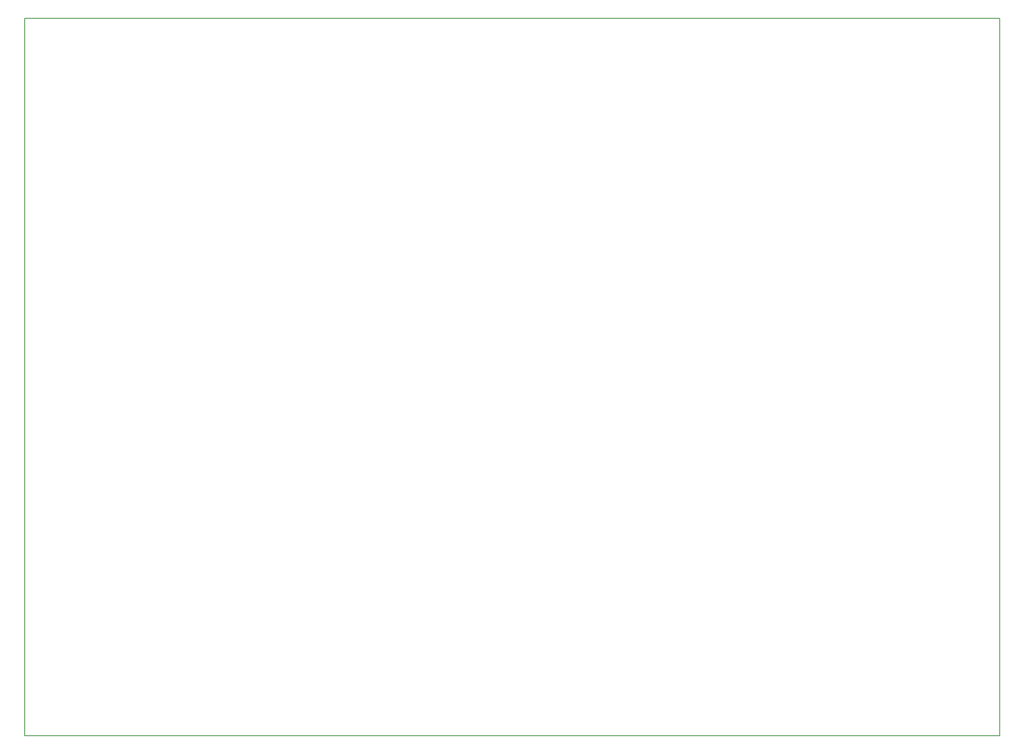
<source format=gko>
G04*
G04 #@! TF.GenerationSoftware,Altium Limited,Altium Designer,20.0.1 (14)*
G04*
G04 Layer_Color=16711935*
%FSLAX44Y44*%
%MOMM*%
G71*
G01*
G75*
%ADD146C,0.1270*%
D146*
X254000Y631190D02*
X254000Y2157730D01*
X2327910D01*
X2327910Y631190D02*
X2327910Y2157730D01*
X254000Y631190D02*
X2327910Y631190D01*
M02*

</source>
